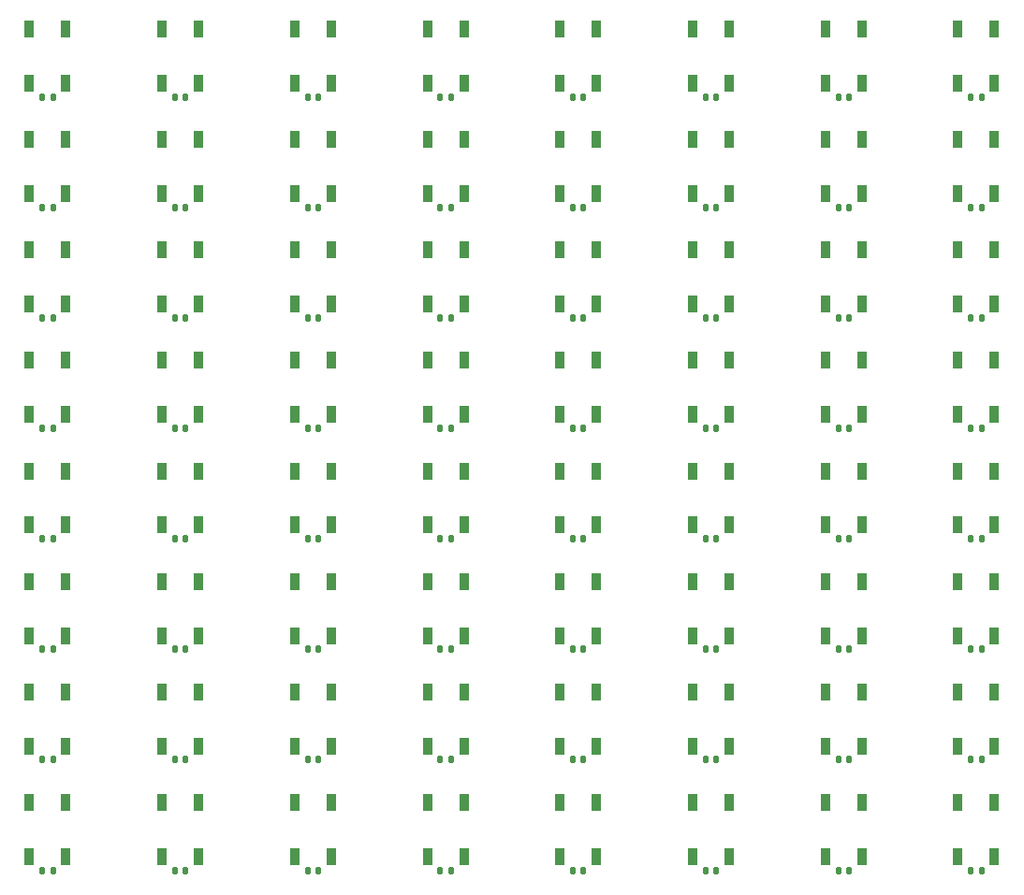
<source format=gbr>
%TF.GenerationSoftware,KiCad,Pcbnew,8.0.5*%
%TF.CreationDate,2024-10-23T08:28:05+02:00*%
%TF.ProjectId,ws2812b_carry,77733238-3132-4625-9f63-617272792e6b,rev?*%
%TF.SameCoordinates,Original*%
%TF.FileFunction,Paste,Top*%
%TF.FilePolarity,Positive*%
%FSLAX46Y46*%
G04 Gerber Fmt 4.6, Leading zero omitted, Abs format (unit mm)*
G04 Created by KiCad (PCBNEW 8.0.5) date 2024-10-23 08:28:05*
%MOMM*%
%LPD*%
G01*
G04 APERTURE LIST*
G04 Aperture macros list*
%AMRoundRect*
0 Rectangle with rounded corners*
0 $1 Rounding radius*
0 $2 $3 $4 $5 $6 $7 $8 $9 X,Y pos of 4 corners*
0 Add a 4 corners polygon primitive as box body*
4,1,4,$2,$3,$4,$5,$6,$7,$8,$9,$2,$3,0*
0 Add four circle primitives for the rounded corners*
1,1,$1+$1,$2,$3*
1,1,$1+$1,$4,$5*
1,1,$1+$1,$6,$7*
1,1,$1+$1,$8,$9*
0 Add four rect primitives between the rounded corners*
20,1,$1+$1,$2,$3,$4,$5,0*
20,1,$1+$1,$4,$5,$6,$7,0*
20,1,$1+$1,$6,$7,$8,$9,0*
20,1,$1+$1,$8,$9,$2,$3,0*%
G04 Aperture macros list end*
%ADD10R,0.900000X1.500000*%
%ADD11RoundRect,0.140000X-0.140000X-0.170000X0.140000X-0.170000X0.140000X0.170000X-0.140000X0.170000X0*%
G04 APERTURE END LIST*
D10*
%TO.C,D1*%
X140350000Y-42450000D03*
X143650000Y-42450000D03*
X143650000Y-37550000D03*
X140350000Y-37550000D03*
%TD*%
D11*
%TO.C,C1*%
X141520000Y-43700000D03*
X142480000Y-43700000D03*
%TD*%
%TO.C,C1*%
X117520000Y-43700000D03*
X118480000Y-43700000D03*
%TD*%
%TO.C,C1*%
X93520000Y-53700000D03*
X94480000Y-53700000D03*
%TD*%
D10*
%TO.C,D1*%
X152350000Y-62450000D03*
X155650000Y-62450000D03*
X155650000Y-57550000D03*
X152350000Y-57550000D03*
%TD*%
D11*
%TO.C,C1*%
X153520000Y-93700000D03*
X154480000Y-93700000D03*
%TD*%
D10*
%TO.C,D1*%
X152350000Y-92450000D03*
X155650000Y-92450000D03*
X155650000Y-87550000D03*
X152350000Y-87550000D03*
%TD*%
%TO.C,D1*%
X128350000Y-72450000D03*
X131650000Y-72450000D03*
X131650000Y-67550000D03*
X128350000Y-67550000D03*
%TD*%
D11*
%TO.C,C1*%
X69520000Y-83700000D03*
X70480000Y-83700000D03*
%TD*%
D10*
%TO.C,D1*%
X104350000Y-72450000D03*
X107650000Y-72450000D03*
X107650000Y-67550000D03*
X104350000Y-67550000D03*
%TD*%
D11*
%TO.C,C1*%
X81520000Y-93700000D03*
X82480000Y-93700000D03*
%TD*%
D10*
%TO.C,D1*%
X140350000Y-72450000D03*
X143650000Y-72450000D03*
X143650000Y-67550000D03*
X140350000Y-67550000D03*
%TD*%
D11*
%TO.C,C1*%
X153520000Y-73700000D03*
X154480000Y-73700000D03*
%TD*%
%TO.C,C1*%
X105520000Y-63700000D03*
X106480000Y-63700000D03*
%TD*%
%TO.C,C1*%
X69520000Y-63700000D03*
X70480000Y-63700000D03*
%TD*%
D10*
%TO.C,D1*%
X68350000Y-102450000D03*
X71650000Y-102450000D03*
X71650000Y-97550000D03*
X68350000Y-97550000D03*
%TD*%
D11*
%TO.C,C1*%
X141520000Y-103700000D03*
X142480000Y-103700000D03*
%TD*%
D10*
%TO.C,D1*%
X92350000Y-52450000D03*
X95650000Y-52450000D03*
X95650000Y-47550000D03*
X92350000Y-47550000D03*
%TD*%
D11*
%TO.C,C1*%
X153520000Y-83700000D03*
X154480000Y-83700000D03*
%TD*%
%TO.C,C1*%
X69520000Y-93700000D03*
X70480000Y-93700000D03*
%TD*%
D10*
%TO.C,D1*%
X92350000Y-42450000D03*
X95650000Y-42450000D03*
X95650000Y-37550000D03*
X92350000Y-37550000D03*
%TD*%
D11*
%TO.C,C1*%
X105520000Y-73700000D03*
X106480000Y-73700000D03*
%TD*%
D10*
%TO.C,D1*%
X128350000Y-102450000D03*
X131650000Y-102450000D03*
X131650000Y-97550000D03*
X128350000Y-97550000D03*
%TD*%
%TO.C,D1*%
X116350000Y-52450000D03*
X119650000Y-52450000D03*
X119650000Y-47550000D03*
X116350000Y-47550000D03*
%TD*%
D11*
%TO.C,C1*%
X153520000Y-103700000D03*
X154480000Y-103700000D03*
%TD*%
%TO.C,C1*%
X69520000Y-103700000D03*
X70480000Y-103700000D03*
%TD*%
D10*
%TO.C,D1*%
X128350000Y-82450000D03*
X131650000Y-82450000D03*
X131650000Y-77550000D03*
X128350000Y-77550000D03*
%TD*%
%TO.C,D1*%
X68350000Y-52450000D03*
X71650000Y-52450000D03*
X71650000Y-47550000D03*
X68350000Y-47550000D03*
%TD*%
%TO.C,D1*%
X80350000Y-52450000D03*
X83650000Y-52450000D03*
X83650000Y-47550000D03*
X80350000Y-47550000D03*
%TD*%
D11*
%TO.C,C1*%
X141520000Y-53700000D03*
X142480000Y-53700000D03*
%TD*%
%TO.C,C1*%
X81520000Y-103700000D03*
X82480000Y-103700000D03*
%TD*%
%TO.C,C1*%
X117520000Y-103700000D03*
X118480000Y-103700000D03*
%TD*%
D10*
%TO.C,D1*%
X140350000Y-62450000D03*
X143650000Y-62450000D03*
X143650000Y-57550000D03*
X140350000Y-57550000D03*
%TD*%
D11*
%TO.C,C1*%
X93520000Y-43700000D03*
X94480000Y-43700000D03*
%TD*%
D10*
%TO.C,D1*%
X80350000Y-72450000D03*
X83650000Y-72450000D03*
X83650000Y-67550000D03*
X80350000Y-67550000D03*
%TD*%
D11*
%TO.C,C1*%
X117520000Y-63700000D03*
X118480000Y-63700000D03*
%TD*%
D10*
%TO.C,D1*%
X116350000Y-82450000D03*
X119650000Y-82450000D03*
X119650000Y-77550000D03*
X116350000Y-77550000D03*
%TD*%
%TO.C,D1*%
X104350000Y-62450000D03*
X107650000Y-62450000D03*
X107650000Y-57550000D03*
X104350000Y-57550000D03*
%TD*%
%TO.C,D1*%
X116350000Y-62450000D03*
X119650000Y-62450000D03*
X119650000Y-57550000D03*
X116350000Y-57550000D03*
%TD*%
D11*
%TO.C,C1*%
X69520000Y-53700000D03*
X70480000Y-53700000D03*
%TD*%
D10*
%TO.C,D1*%
X68350000Y-92450000D03*
X71650000Y-92450000D03*
X71650000Y-87550000D03*
X68350000Y-87550000D03*
%TD*%
D11*
%TO.C,C1*%
X153520000Y-63700000D03*
X154480000Y-63700000D03*
%TD*%
D10*
%TO.C,D1*%
X152350000Y-32450000D03*
X155650000Y-32450000D03*
X155650000Y-27550000D03*
X152350000Y-27550000D03*
%TD*%
%TO.C,D1*%
X92350000Y-62450000D03*
X95650000Y-62450000D03*
X95650000Y-57550000D03*
X92350000Y-57550000D03*
%TD*%
D11*
%TO.C,C1*%
X93520000Y-93700000D03*
X94480000Y-93700000D03*
%TD*%
%TO.C,C1*%
X69520000Y-73700000D03*
X70480000Y-73700000D03*
%TD*%
D10*
%TO.C,D1*%
X140350000Y-92450000D03*
X143650000Y-92450000D03*
X143650000Y-87550000D03*
X140350000Y-87550000D03*
%TD*%
D11*
%TO.C,C1*%
X129520000Y-73700000D03*
X130480000Y-73700000D03*
%TD*%
D10*
%TO.C,D1*%
X68350000Y-62450000D03*
X71650000Y-62450000D03*
X71650000Y-57550000D03*
X68350000Y-57550000D03*
%TD*%
%TO.C,D1*%
X128350000Y-42450000D03*
X131650000Y-42450000D03*
X131650000Y-37550000D03*
X128350000Y-37550000D03*
%TD*%
D11*
%TO.C,C1*%
X117520000Y-73700000D03*
X118480000Y-73700000D03*
%TD*%
%TO.C,C1*%
X141520000Y-73700000D03*
X142480000Y-73700000D03*
%TD*%
D10*
%TO.C,D1*%
X92350000Y-82450000D03*
X95650000Y-82450000D03*
X95650000Y-77550000D03*
X92350000Y-77550000D03*
%TD*%
%TO.C,D1*%
X140350000Y-82450000D03*
X143650000Y-82450000D03*
X143650000Y-77550000D03*
X140350000Y-77550000D03*
%TD*%
D11*
%TO.C,C1*%
X117520000Y-53700000D03*
X118480000Y-53700000D03*
%TD*%
%TO.C,C1*%
X105520000Y-33700000D03*
X106480000Y-33700000D03*
%TD*%
%TO.C,C1*%
X117520000Y-83700000D03*
X118480000Y-83700000D03*
%TD*%
%TO.C,C1*%
X69520000Y-43700000D03*
X70480000Y-43700000D03*
%TD*%
D10*
%TO.C,D1*%
X80350000Y-82450000D03*
X83650000Y-82450000D03*
X83650000Y-77550000D03*
X80350000Y-77550000D03*
%TD*%
%TO.C,D1*%
X68350000Y-32450000D03*
X71650000Y-32450000D03*
X71650000Y-27550000D03*
X68350000Y-27550000D03*
%TD*%
%TO.C,D1*%
X140350000Y-102450000D03*
X143650000Y-102450000D03*
X143650000Y-97550000D03*
X140350000Y-97550000D03*
%TD*%
D11*
%TO.C,C1*%
X141520000Y-33700000D03*
X142480000Y-33700000D03*
%TD*%
D10*
%TO.C,D1*%
X128350000Y-62450000D03*
X131650000Y-62450000D03*
X131650000Y-57550000D03*
X128350000Y-57550000D03*
%TD*%
%TO.C,D1*%
X152350000Y-82450000D03*
X155650000Y-82450000D03*
X155650000Y-77550000D03*
X152350000Y-77550000D03*
%TD*%
D11*
%TO.C,C1*%
X81520000Y-73700000D03*
X82480000Y-73700000D03*
%TD*%
%TO.C,C1*%
X105520000Y-83700000D03*
X106480000Y-83700000D03*
%TD*%
%TO.C,C1*%
X93520000Y-73700000D03*
X94480000Y-73700000D03*
%TD*%
%TO.C,C1*%
X153520000Y-53700000D03*
X154480000Y-53700000D03*
%TD*%
D10*
%TO.C,D1*%
X80350000Y-42450000D03*
X83650000Y-42450000D03*
X83650000Y-37550000D03*
X80350000Y-37550000D03*
%TD*%
D11*
%TO.C,C1*%
X141520000Y-93700000D03*
X142480000Y-93700000D03*
%TD*%
%TO.C,C1*%
X93520000Y-103700000D03*
X94480000Y-103700000D03*
%TD*%
%TO.C,C1*%
X81520000Y-63700000D03*
X82480000Y-63700000D03*
%TD*%
D10*
%TO.C,D1*%
X128350000Y-92450000D03*
X131650000Y-92450000D03*
X131650000Y-87550000D03*
X128350000Y-87550000D03*
%TD*%
%TO.C,D1*%
X152350000Y-42450000D03*
X155650000Y-42450000D03*
X155650000Y-37550000D03*
X152350000Y-37550000D03*
%TD*%
%TO.C,D1*%
X116350000Y-32450000D03*
X119650000Y-32450000D03*
X119650000Y-27550000D03*
X116350000Y-27550000D03*
%TD*%
%TO.C,D1*%
X116350000Y-42450000D03*
X119650000Y-42450000D03*
X119650000Y-37550000D03*
X116350000Y-37550000D03*
%TD*%
%TO.C,D1*%
X152350000Y-102450000D03*
X155650000Y-102450000D03*
X155650000Y-97550000D03*
X152350000Y-97550000D03*
%TD*%
D11*
%TO.C,C1*%
X105520000Y-43700000D03*
X106480000Y-43700000D03*
%TD*%
%TO.C,C1*%
X69520000Y-33700000D03*
X70480000Y-33700000D03*
%TD*%
D10*
%TO.C,D1*%
X68350000Y-42450000D03*
X71650000Y-42450000D03*
X71650000Y-37550000D03*
X68350000Y-37550000D03*
%TD*%
D11*
%TO.C,C1*%
X117520000Y-93700000D03*
X118480000Y-93700000D03*
%TD*%
%TO.C,C1*%
X81520000Y-43700000D03*
X82480000Y-43700000D03*
%TD*%
%TO.C,C1*%
X129520000Y-83700000D03*
X130480000Y-83700000D03*
%TD*%
D10*
%TO.C,D1*%
X104350000Y-42450000D03*
X107650000Y-42450000D03*
X107650000Y-37550000D03*
X104350000Y-37550000D03*
%TD*%
D11*
%TO.C,C1*%
X81520000Y-53700000D03*
X82480000Y-53700000D03*
%TD*%
D10*
%TO.C,D1*%
X80350000Y-32450000D03*
X83650000Y-32450000D03*
X83650000Y-27550000D03*
X80350000Y-27550000D03*
%TD*%
D11*
%TO.C,C1*%
X81520000Y-83700000D03*
X82480000Y-83700000D03*
%TD*%
D10*
%TO.C,D1*%
X92350000Y-72450000D03*
X95650000Y-72450000D03*
X95650000Y-67550000D03*
X92350000Y-67550000D03*
%TD*%
D11*
%TO.C,C1*%
X129520000Y-93700000D03*
X130480000Y-93700000D03*
%TD*%
D10*
%TO.C,D1*%
X140350000Y-52450000D03*
X143650000Y-52450000D03*
X143650000Y-47550000D03*
X140350000Y-47550000D03*
%TD*%
D11*
%TO.C,C1*%
X129520000Y-43700000D03*
X130480000Y-43700000D03*
%TD*%
D10*
%TO.C,D1*%
X104350000Y-102450000D03*
X107650000Y-102450000D03*
X107650000Y-97550000D03*
X104350000Y-97550000D03*
%TD*%
%TO.C,D1*%
X104350000Y-32450000D03*
X107650000Y-32450000D03*
X107650000Y-27550000D03*
X104350000Y-27550000D03*
%TD*%
%TO.C,D1*%
X68350000Y-72450000D03*
X71650000Y-72450000D03*
X71650000Y-67550000D03*
X68350000Y-67550000D03*
%TD*%
%TO.C,D1*%
X128350000Y-52450000D03*
X131650000Y-52450000D03*
X131650000Y-47550000D03*
X128350000Y-47550000D03*
%TD*%
D11*
%TO.C,C1*%
X129520000Y-103700000D03*
X130480000Y-103700000D03*
%TD*%
%TO.C,C1*%
X129520000Y-53700000D03*
X130480000Y-53700000D03*
%TD*%
%TO.C,C1*%
X93520000Y-33700000D03*
X94480000Y-33700000D03*
%TD*%
%TO.C,C1*%
X129520000Y-63700000D03*
X130480000Y-63700000D03*
%TD*%
D10*
%TO.C,D1*%
X80350000Y-62450000D03*
X83650000Y-62450000D03*
X83650000Y-57550000D03*
X80350000Y-57550000D03*
%TD*%
%TO.C,D1*%
X68350000Y-82450000D03*
X71650000Y-82450000D03*
X71650000Y-77550000D03*
X68350000Y-77550000D03*
%TD*%
%TO.C,D1*%
X92350000Y-102450000D03*
X95650000Y-102450000D03*
X95650000Y-97550000D03*
X92350000Y-97550000D03*
%TD*%
%TO.C,D1*%
X128350000Y-32450000D03*
X131650000Y-32450000D03*
X131650000Y-27550000D03*
X128350000Y-27550000D03*
%TD*%
%TO.C,D1*%
X140350000Y-32450000D03*
X143650000Y-32450000D03*
X143650000Y-27550000D03*
X140350000Y-27550000D03*
%TD*%
%TO.C,D1*%
X104350000Y-82450000D03*
X107650000Y-82450000D03*
X107650000Y-77550000D03*
X104350000Y-77550000D03*
%TD*%
%TO.C,D1*%
X152350000Y-52450000D03*
X155650000Y-52450000D03*
X155650000Y-47550000D03*
X152350000Y-47550000D03*
%TD*%
D11*
%TO.C,C1*%
X105520000Y-53700000D03*
X106480000Y-53700000D03*
%TD*%
%TO.C,C1*%
X93520000Y-63700000D03*
X94480000Y-63700000D03*
%TD*%
%TO.C,C1*%
X141520000Y-83700000D03*
X142480000Y-83700000D03*
%TD*%
%TO.C,C1*%
X81520000Y-33700000D03*
X82480000Y-33700000D03*
%TD*%
D10*
%TO.C,D1*%
X80350000Y-92450000D03*
X83650000Y-92450000D03*
X83650000Y-87550000D03*
X80350000Y-87550000D03*
%TD*%
D11*
%TO.C,C1*%
X129520000Y-33700000D03*
X130480000Y-33700000D03*
%TD*%
D10*
%TO.C,D1*%
X92350000Y-32450000D03*
X95650000Y-32450000D03*
X95650000Y-27550000D03*
X92350000Y-27550000D03*
%TD*%
D11*
%TO.C,C1*%
X153520000Y-33700000D03*
X154480000Y-33700000D03*
%TD*%
D10*
%TO.C,D1*%
X116350000Y-92450000D03*
X119650000Y-92450000D03*
X119650000Y-87550000D03*
X116350000Y-87550000D03*
%TD*%
%TO.C,D1*%
X116350000Y-72450000D03*
X119650000Y-72450000D03*
X119650000Y-67550000D03*
X116350000Y-67550000D03*
%TD*%
D11*
%TO.C,C1*%
X105520000Y-93700000D03*
X106480000Y-93700000D03*
%TD*%
D10*
%TO.C,D1*%
X116350000Y-102450000D03*
X119650000Y-102450000D03*
X119650000Y-97550000D03*
X116350000Y-97550000D03*
%TD*%
%TO.C,D1*%
X104350000Y-52450000D03*
X107650000Y-52450000D03*
X107650000Y-47550000D03*
X104350000Y-47550000D03*
%TD*%
%TO.C,D1*%
X92350000Y-92450000D03*
X95650000Y-92450000D03*
X95650000Y-87550000D03*
X92350000Y-87550000D03*
%TD*%
%TO.C,D1*%
X104350000Y-92450000D03*
X107650000Y-92450000D03*
X107650000Y-87550000D03*
X104350000Y-87550000D03*
%TD*%
D11*
%TO.C,C1*%
X153520000Y-43700000D03*
X154480000Y-43700000D03*
%TD*%
%TO.C,C1*%
X117520000Y-33700000D03*
X118480000Y-33700000D03*
%TD*%
D10*
%TO.C,D1*%
X80350000Y-102450000D03*
X83650000Y-102450000D03*
X83650000Y-97550000D03*
X80350000Y-97550000D03*
%TD*%
D11*
%TO.C,C1*%
X105520000Y-103700000D03*
X106480000Y-103700000D03*
%TD*%
%TO.C,C1*%
X93520000Y-83700000D03*
X94480000Y-83700000D03*
%TD*%
D10*
%TO.C,D1*%
X152350000Y-72450000D03*
X155650000Y-72450000D03*
X155650000Y-67550000D03*
X152350000Y-67550000D03*
%TD*%
D11*
%TO.C,C1*%
X141520000Y-63700000D03*
X142480000Y-63700000D03*
%TD*%
M02*

</source>
